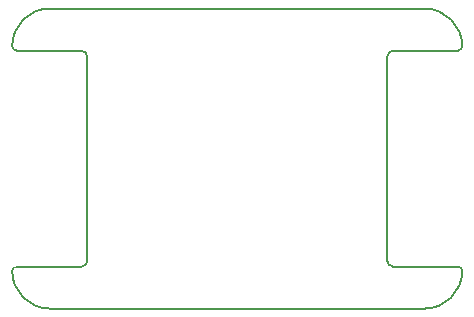
<source format=gbr>
G04 #@! TF.GenerationSoftware,KiCad,Pcbnew,(5.0.1-3-g963ef8bb5)*
G04 #@! TF.CreationDate,2019-05-06T12:15:08-04:00*
G04 #@! TF.ProjectId,OHAK_131,4F48414B5F3133312E6B696361645F70,rev?*
G04 #@! TF.SameCoordinates,Original*
G04 #@! TF.FileFunction,Profile,NP*
%FSLAX46Y46*%
G04 Gerber Fmt 4.6, Leading zero omitted, Abs format (unit mm)*
G04 Created by KiCad (PCBNEW (5.0.1-3-g963ef8bb5)) date Monday, May 06, 2019 at 12:15:08 PM*
%MOMM*%
%LPD*%
G01*
G04 APERTURE LIST*
%ADD10C,0.150000*%
G04 APERTURE END LIST*
D10*
X121721880Y-107337860D02*
G75*
G03X121340880Y-107718860I0J-381000D01*
G01*
X124896880Y-107337860D02*
X121721880Y-107337860D01*
X121340880Y-88668860D02*
G75*
G03X121721880Y-89049860I381000J0D01*
G01*
X124896880Y-89049860D02*
X121721880Y-89049860D01*
X159440880Y-107718860D02*
G75*
G03X159059880Y-107337860I-381000J0D01*
G01*
X153598880Y-107337860D02*
X159059880Y-107337860D01*
X159059880Y-89049860D02*
G75*
G03X159440880Y-88668860I0J381000D01*
G01*
X153598880Y-89049860D02*
X159059880Y-89049860D01*
X156265880Y-85493860D02*
X124515880Y-85493860D01*
X124515880Y-110893860D02*
X156265880Y-110893860D01*
X121340880Y-107718860D02*
G75*
G03X124515880Y-110893860I3175000J0D01*
G01*
X124515880Y-85493860D02*
G75*
G03X121340880Y-88668860I0J-3175000D01*
G01*
X159440880Y-88668860D02*
G75*
G03X156265880Y-85493860I-3175000J0D01*
G01*
X156265880Y-110893860D02*
G75*
G03X159440880Y-107718860I0J3175000D01*
G01*
X124907040Y-107345480D02*
X127193040Y-107345480D01*
X127193040Y-89057480D02*
X124907040Y-89057480D01*
X127701040Y-106837480D02*
X127701040Y-89565480D01*
X127701040Y-89565480D02*
G75*
G03X127193040Y-89057480I-508000J0D01*
G01*
X127193040Y-107345480D02*
G75*
G03X127701040Y-106837480I0J508000D01*
G01*
X153101040Y-89565480D02*
X153101040Y-106837480D01*
X153101040Y-106837480D02*
G75*
G03X153609040Y-107345480I508000J0D01*
G01*
X153609040Y-89057480D02*
G75*
G03X153101040Y-89565480I0J-508000D01*
G01*
M02*

</source>
